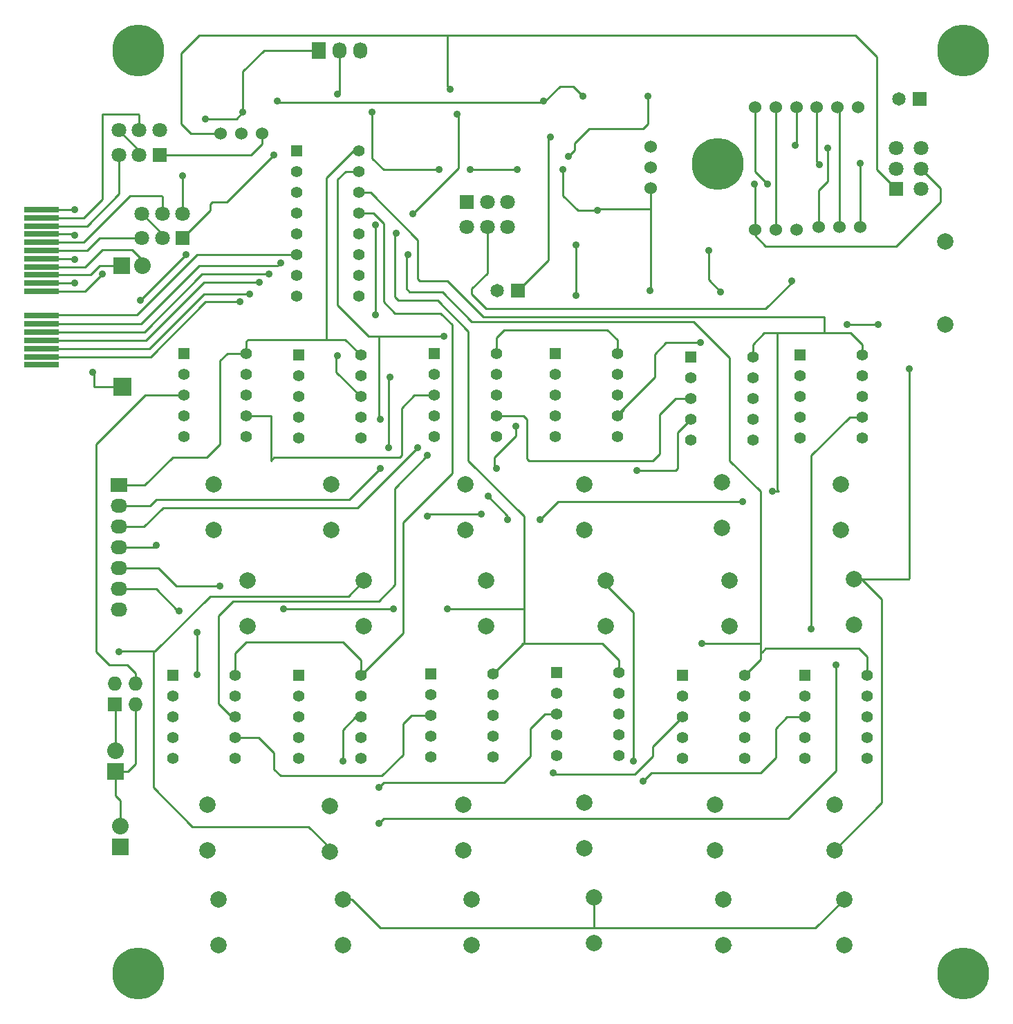
<source format=gbl>
%FSLAX46Y46*%
G04 Gerber Fmt 4.6, Leading zero omitted, Abs format (unit mm)*
G04 Created by KiCad (PCBNEW (2014-10-27 BZR 5228)-product) date 12/17/2014 3:51:32 PM*
%MOMM*%
G01*
G04 APERTURE LIST*
%ADD10C,0.100000*%
%ADD11R,4.200000X0.700000*%
%ADD12C,1.998980*%
%ADD13C,1.524000*%
%ADD14R,1.800000X1.800000*%
%ADD15C,1.800000*%
%ADD16C,6.350000*%
%ADD17R,2.032000X2.032000*%
%ADD18O,2.032000X2.032000*%
%ADD19R,1.651000X1.651000*%
%ADD20C,1.651000*%
%ADD21R,2.235200X2.235200*%
%ADD22R,1.727200X1.727200*%
%ADD23O,1.727200X1.727200*%
%ADD24R,1.397000X1.397000*%
%ADD25C,1.397000*%
%ADD26R,1.727200X2.032000*%
%ADD27O,1.727200X2.032000*%
%ADD28R,2.032000X1.727200*%
%ADD29O,2.032000X1.727200*%
%ADD30C,0.889000*%
%ADD31C,0.254000*%
G04 APERTURE END LIST*
D10*
D11*
X66700000Y-56700000D03*
X66700000Y-57700000D03*
X66700000Y-58700000D03*
X66700000Y-59700000D03*
X66700000Y-60700000D03*
X66700000Y-61700000D03*
X66700000Y-62700000D03*
X66700000Y-63700000D03*
X66700000Y-64700000D03*
X66700000Y-65700000D03*
X66700000Y-66700000D03*
X66700000Y-69700000D03*
X66700000Y-70700000D03*
X66700000Y-71700000D03*
X66700000Y-72700000D03*
X66700000Y-73700000D03*
X66700000Y-74700000D03*
X66700000Y-75700000D03*
D12*
X87804000Y-95892000D03*
X87804000Y-90304000D03*
X118604000Y-95892000D03*
X118604000Y-90304000D03*
X150004000Y-95692000D03*
X150004000Y-90104000D03*
X87004000Y-135092000D03*
X87004000Y-129504000D03*
X118404000Y-135092000D03*
X118404000Y-129504000D03*
X149204000Y-135092000D03*
X149204000Y-129504000D03*
X102196000Y-90308000D03*
X102196000Y-95896000D03*
D13*
X156600000Y-59200000D03*
X159140000Y-59200000D03*
X154060000Y-59200000D03*
X164200000Y-44200000D03*
X161660000Y-44200000D03*
X166740000Y-44200000D03*
D14*
X81200000Y-50000000D03*
D15*
X78700000Y-50000000D03*
X81200000Y-47000000D03*
X76200000Y-50000000D03*
X76200000Y-47000000D03*
X78700000Y-47000000D03*
D14*
X84000000Y-60200000D03*
D15*
X81500000Y-60200000D03*
X84000000Y-57200000D03*
X79000000Y-60200000D03*
X79000000Y-57200000D03*
X81500000Y-57200000D03*
D14*
X118800000Y-55800000D03*
D15*
X121300000Y-55800000D03*
X118800000Y-58800000D03*
X123800000Y-55800000D03*
X123800000Y-58800000D03*
X121300000Y-58800000D03*
D16*
X149500000Y-51100000D03*
D17*
X76400000Y-134670000D03*
D18*
X76400000Y-132130000D03*
D17*
X76530000Y-63600000D03*
D18*
X79070000Y-63600000D03*
D19*
X125070000Y-66600000D03*
D20*
X122530000Y-66600000D03*
D19*
X174270000Y-43200000D03*
D20*
X171730000Y-43200000D03*
D12*
X133196000Y-90308000D03*
X133196000Y-95896000D03*
X101996000Y-129708000D03*
X101996000Y-135296000D03*
X133196000Y-129308000D03*
X133196000Y-134896000D03*
X163796000Y-129508000D03*
X163796000Y-135096000D03*
X91996000Y-102108000D03*
X91996000Y-107696000D03*
X121196000Y-102108000D03*
X121196000Y-107696000D03*
X150996000Y-102108000D03*
X150996000Y-107696000D03*
X88396000Y-141108000D03*
X88396000Y-146696000D03*
X119396000Y-141108000D03*
X119396000Y-146696000D03*
X150196000Y-141108000D03*
X150196000Y-146696000D03*
X106204000Y-107692000D03*
X106204000Y-102104000D03*
X135804000Y-107692000D03*
X135804000Y-102104000D03*
X166204000Y-107492000D03*
X166204000Y-101904000D03*
X103604000Y-146692000D03*
X103604000Y-141104000D03*
X134404000Y-146492000D03*
X134404000Y-140904000D03*
X165004000Y-146692000D03*
X165004000Y-141104000D03*
D13*
X91200000Y-47400000D03*
X93740000Y-47400000D03*
X88660000Y-47400000D03*
X141300000Y-51500000D03*
X141300000Y-54040000D03*
X141300000Y-48960000D03*
X164400000Y-58800000D03*
X166940000Y-58800000D03*
X161860000Y-58800000D03*
X156600000Y-44200000D03*
X154060000Y-44200000D03*
X159140000Y-44200000D03*
D12*
X177400000Y-60598740D03*
X177400000Y-70758740D03*
X164596000Y-90308000D03*
X164596000Y-95896000D03*
D21*
X76600000Y-78400000D03*
D22*
X75730000Y-117270000D03*
D23*
X78270000Y-117270000D03*
X75730000Y-114730000D03*
X78270000Y-114730000D03*
D14*
X171400000Y-54200000D03*
D15*
X171400000Y-51700000D03*
X174400000Y-54200000D03*
X171400000Y-49200000D03*
X174400000Y-49200000D03*
X174400000Y-51700000D03*
D24*
X84190000Y-74320000D03*
D25*
X84190000Y-76860000D03*
X84190000Y-79400000D03*
X84190000Y-81940000D03*
X84190000Y-84480000D03*
X91810000Y-84480000D03*
X91810000Y-81940000D03*
X91810000Y-79400000D03*
X91810000Y-76860000D03*
X91810000Y-74320000D03*
D24*
X114790000Y-74320000D03*
D25*
X114790000Y-76860000D03*
X114790000Y-79400000D03*
X114790000Y-81940000D03*
X114790000Y-84480000D03*
X122410000Y-84480000D03*
X122410000Y-81940000D03*
X122410000Y-79400000D03*
X122410000Y-76860000D03*
X122410000Y-74320000D03*
D24*
X146190000Y-74720000D03*
D25*
X146190000Y-77260000D03*
X146190000Y-79800000D03*
X146190000Y-82340000D03*
X146190000Y-84880000D03*
X153810000Y-84880000D03*
X153810000Y-82340000D03*
X153810000Y-79800000D03*
X153810000Y-77260000D03*
X153810000Y-74720000D03*
D24*
X82790000Y-113720000D03*
D25*
X82790000Y-116260000D03*
X82790000Y-118800000D03*
X82790000Y-121340000D03*
X82790000Y-123880000D03*
X90410000Y-123880000D03*
X90410000Y-121340000D03*
X90410000Y-118800000D03*
X90410000Y-116260000D03*
X90410000Y-113720000D03*
D24*
X114390000Y-113520000D03*
D25*
X114390000Y-116060000D03*
X114390000Y-118600000D03*
X114390000Y-121140000D03*
X114390000Y-123680000D03*
X122010000Y-123680000D03*
X122010000Y-121140000D03*
X122010000Y-118600000D03*
X122010000Y-116060000D03*
X122010000Y-113520000D03*
D24*
X145190000Y-113720000D03*
D25*
X145190000Y-116260000D03*
X145190000Y-118800000D03*
X145190000Y-121340000D03*
X145190000Y-123880000D03*
X152810000Y-123880000D03*
X152810000Y-121340000D03*
X152810000Y-118800000D03*
X152810000Y-116260000D03*
X152810000Y-113720000D03*
D24*
X98190000Y-74520000D03*
D25*
X98190000Y-77060000D03*
X98190000Y-79600000D03*
X98190000Y-82140000D03*
X98190000Y-84680000D03*
X105810000Y-84680000D03*
X105810000Y-82140000D03*
X105810000Y-79600000D03*
X105810000Y-77060000D03*
X105810000Y-74520000D03*
D24*
X129590000Y-74320000D03*
D25*
X129590000Y-76860000D03*
X129590000Y-79400000D03*
X129590000Y-81940000D03*
X129590000Y-84480000D03*
X137210000Y-84480000D03*
X137210000Y-81940000D03*
X137210000Y-79400000D03*
X137210000Y-76860000D03*
X137210000Y-74320000D03*
D24*
X159590000Y-74520000D03*
D25*
X159590000Y-77060000D03*
X159590000Y-79600000D03*
X159590000Y-82140000D03*
X159590000Y-84680000D03*
X167210000Y-84680000D03*
X167210000Y-82140000D03*
X167210000Y-79600000D03*
X167210000Y-77060000D03*
X167210000Y-74520000D03*
D24*
X98190000Y-113720000D03*
D25*
X98190000Y-116260000D03*
X98190000Y-118800000D03*
X98190000Y-121340000D03*
X98190000Y-123880000D03*
X105810000Y-123880000D03*
X105810000Y-121340000D03*
X105810000Y-118800000D03*
X105810000Y-116260000D03*
X105810000Y-113720000D03*
D24*
X129790000Y-113320000D03*
D25*
X129790000Y-115860000D03*
X129790000Y-118400000D03*
X129790000Y-120940000D03*
X129790000Y-123480000D03*
X137410000Y-123480000D03*
X137410000Y-120940000D03*
X137410000Y-118400000D03*
X137410000Y-115860000D03*
X137410000Y-113320000D03*
D24*
X160190000Y-113720000D03*
D25*
X160190000Y-116260000D03*
X160190000Y-118800000D03*
X160190000Y-121340000D03*
X160190000Y-123880000D03*
X167810000Y-123880000D03*
X167810000Y-121340000D03*
X167810000Y-118800000D03*
X167810000Y-116260000D03*
X167810000Y-113720000D03*
D24*
X97990000Y-49510000D03*
D25*
X97990000Y-52050000D03*
X97990000Y-54590000D03*
X97990000Y-57130000D03*
X97990000Y-59670000D03*
X97990000Y-62210000D03*
X97990000Y-64750000D03*
X97990000Y-67290000D03*
X105610000Y-67290000D03*
X105610000Y-64750000D03*
X105610000Y-62210000D03*
X105610000Y-59670000D03*
X105610000Y-57130000D03*
X105610000Y-54590000D03*
X105610000Y-52050000D03*
X105610000Y-49510000D03*
D16*
X179600000Y-37200000D03*
X78600000Y-37200000D03*
X78600000Y-150200000D03*
X179600000Y-150200000D03*
D17*
X75800000Y-125470000D03*
D18*
X75800000Y-122930000D03*
D26*
X100660000Y-37200000D03*
D27*
X103200000Y-37200000D03*
X105740000Y-37200000D03*
D28*
X76200000Y-90380000D03*
D29*
X76200000Y-92920000D03*
X76200000Y-95460000D03*
X76200000Y-98000000D03*
X76200000Y-100540000D03*
X76200000Y-103080000D03*
X76200000Y-105620000D03*
D30*
X149900000Y-66800000D03*
X148400000Y-61700000D03*
X70800000Y-56700000D03*
X70800000Y-65700000D03*
X84000000Y-52600000D03*
X70800000Y-59800000D03*
X139200000Y-124200000D03*
X70800000Y-62800000D03*
X173000000Y-76200000D03*
X76200000Y-110800000D03*
X131200000Y-50200000D03*
X141000000Y-42800000D03*
X73000000Y-76600000D03*
X74200000Y-64600000D03*
X91400000Y-44800000D03*
X86800000Y-45600000D03*
X78800000Y-67800000D03*
X84400000Y-62200000D03*
X132200000Y-67200000D03*
X132200000Y-61000000D03*
X162000000Y-51200000D03*
X167000000Y-51000000D03*
X95200000Y-50000000D03*
X109400000Y-77200000D03*
X109200000Y-85800000D03*
X96000000Y-63200000D03*
X94600000Y-64600000D03*
X93400000Y-65600000D03*
X92200000Y-67000000D03*
X91000000Y-68000000D03*
X116800000Y-42000000D03*
X117600000Y-45000000D03*
X112200000Y-57200000D03*
X107600000Y-58600000D03*
X107600000Y-69600000D03*
X103000000Y-74600000D03*
X95600000Y-43400000D03*
X133000000Y-42800000D03*
X128200000Y-43400000D03*
X158600000Y-65400000D03*
X163000000Y-49200000D03*
X155600000Y-53600000D03*
X159000000Y-48800000D03*
X154000000Y-53600000D03*
X129000000Y-47800000D03*
X165400000Y-70800000D03*
X169200000Y-70800000D03*
X116000000Y-72200000D03*
X108200000Y-88400000D03*
X108200000Y-82400000D03*
X139600000Y-88600000D03*
X114000000Y-86800000D03*
X112800000Y-85800000D03*
X121400000Y-91800000D03*
X123800000Y-94600000D03*
X127800000Y-94600000D03*
X152600000Y-92400000D03*
X156200000Y-91200000D03*
X80800000Y-97800000D03*
X85800000Y-108400000D03*
X85800000Y-113600000D03*
X129400000Y-125600000D03*
X110200000Y-59600000D03*
X96400000Y-105600000D03*
X109800000Y-105600000D03*
X116400000Y-105600000D03*
X88600000Y-102800000D03*
X111600000Y-62200000D03*
X147600000Y-109800000D03*
X83600000Y-105800000D03*
X114000000Y-94200000D03*
X120600000Y-94000000D03*
X122400000Y-88400000D03*
X124800000Y-83200000D03*
X147400000Y-73000000D03*
X103600000Y-124200000D03*
X108000000Y-131800000D03*
X164000000Y-112400000D03*
X161000000Y-108000000D03*
X108000000Y-127400000D03*
X140400000Y-126600000D03*
X141200000Y-66600000D03*
X134800000Y-56800000D03*
X130600000Y-51800000D03*
X125000000Y-51800000D03*
X119200000Y-51800000D03*
X115400000Y-51800000D03*
X107200000Y-44800000D03*
X103000000Y-42600000D03*
D31*
X148400000Y-65300000D02*
X148400000Y-61700000D01*
X148400000Y-65300000D02*
X149900000Y-66800000D01*
X66700000Y-56700000D02*
X70800000Y-56700000D01*
X66700000Y-65700000D02*
X70800000Y-65700000D01*
X84000000Y-52600000D02*
X84000000Y-57200000D01*
X66700000Y-59700000D02*
X70700000Y-59700000D01*
X70700000Y-59700000D02*
X70800000Y-59800000D01*
X101996000Y-135296000D02*
X101996000Y-134796000D01*
X101996000Y-134796000D02*
X99400000Y-132200000D01*
X80400000Y-125800000D02*
X80400000Y-110800000D01*
X80400000Y-127400000D02*
X80400000Y-125800000D01*
X85200000Y-132200000D02*
X80400000Y-127400000D01*
X99400000Y-132200000D02*
X85200000Y-132200000D01*
X135804000Y-102104000D02*
X135804000Y-102604000D01*
X135804000Y-102604000D02*
X139200000Y-106000000D01*
X139200000Y-106000000D02*
X139200000Y-124200000D01*
X166204000Y-101904000D02*
X167104000Y-101904000D01*
X167104000Y-101904000D02*
X169600000Y-104400000D01*
X169600000Y-129292000D02*
X163796000Y-135096000D01*
X169600000Y-104400000D02*
X169600000Y-129292000D01*
X134400000Y-144600000D02*
X134400000Y-143000000D01*
X134400000Y-140908000D02*
X134404000Y-140904000D01*
X103604000Y-141104000D02*
X104704000Y-141104000D01*
X161508000Y-144600000D02*
X165004000Y-141104000D01*
X108200000Y-144600000D02*
X134400000Y-144600000D01*
X134400000Y-144600000D02*
X161508000Y-144600000D01*
X104704000Y-141104000D02*
X108200000Y-144600000D01*
X66700000Y-62700000D02*
X70700000Y-62700000D01*
X70700000Y-62700000D02*
X70800000Y-62800000D01*
X80400000Y-110760000D02*
X80400000Y-110800000D01*
X76200000Y-110760000D02*
X80400000Y-110760000D01*
X102196000Y-95896000D02*
X102196000Y-95796000D01*
X80640000Y-110760000D02*
X87400000Y-104000000D01*
X87400000Y-104000000D02*
X104308000Y-104000000D01*
X104308000Y-104000000D02*
X106204000Y-102104000D01*
X80400000Y-110760000D02*
X80640000Y-110760000D01*
X172896000Y-101904000D02*
X173000000Y-101800000D01*
X173000000Y-101800000D02*
X173000000Y-76200000D01*
X166204000Y-101904000D02*
X172896000Y-101904000D01*
X76200000Y-110800000D02*
X76200000Y-110760000D01*
X134400000Y-140908000D02*
X134404000Y-140904000D01*
X134400000Y-143000000D02*
X134400000Y-140908000D01*
X81500000Y-60200000D02*
X81500000Y-59700000D01*
X81500000Y-59700000D02*
X79000000Y-57200000D01*
X131200000Y-50200000D02*
X132000000Y-49400000D01*
X132000000Y-49400000D02*
X132000000Y-48600000D01*
X132000000Y-48600000D02*
X133800000Y-46800000D01*
X133800000Y-46800000D02*
X140400000Y-46800000D01*
X140400000Y-46800000D02*
X141000000Y-46200000D01*
X141000000Y-46200000D02*
X141000000Y-42800000D01*
X73000000Y-76600000D02*
X73200000Y-76800000D01*
X73200000Y-76800000D02*
X73200000Y-78400000D01*
X73200000Y-78400000D02*
X76600000Y-78400000D01*
X66700000Y-57700000D02*
X71900000Y-57700000D01*
X78700000Y-45100000D02*
X78700000Y-47000000D01*
X78600000Y-45000000D02*
X78700000Y-45100000D01*
X74200000Y-45000000D02*
X78600000Y-45000000D01*
X74200000Y-55400000D02*
X74200000Y-45000000D01*
X71900000Y-57700000D02*
X74200000Y-55400000D01*
X66700000Y-58700000D02*
X72300000Y-58700000D01*
X76200000Y-54800000D02*
X76200000Y-50000000D01*
X72300000Y-58700000D02*
X76200000Y-54800000D01*
X66700000Y-60700000D02*
X71900000Y-60700000D01*
X71900000Y-60700000D02*
X77600000Y-55000000D01*
X81400000Y-55000000D02*
X81500000Y-55100000D01*
X77600000Y-55000000D02*
X81400000Y-55000000D01*
X81500000Y-55100000D02*
X81500000Y-57200000D01*
X66700000Y-61700000D02*
X72300000Y-61700000D01*
X73800000Y-60200000D02*
X79000000Y-60200000D01*
X72300000Y-61700000D02*
X73800000Y-60200000D01*
X66700000Y-63700000D02*
X72100000Y-63700000D01*
X77800000Y-61600000D02*
X79070000Y-62870000D01*
X74200000Y-61600000D02*
X77800000Y-61600000D01*
X72100000Y-63700000D02*
X74200000Y-61600000D01*
X79070000Y-62870000D02*
X79070000Y-63600000D01*
X66700000Y-64700000D02*
X72700000Y-64700000D01*
X73800000Y-63600000D02*
X76530000Y-63600000D01*
X72700000Y-64700000D02*
X73800000Y-63600000D01*
X66700000Y-66700000D02*
X72100000Y-66700000D01*
X72100000Y-66700000D02*
X74200000Y-64600000D01*
X91400000Y-44800000D02*
X90600000Y-45600000D01*
X90600000Y-45600000D02*
X86800000Y-45600000D01*
X94000000Y-37200000D02*
X91400000Y-39800000D01*
X91400000Y-39800000D02*
X91400000Y-44800000D01*
X100660000Y-37200000D02*
X94000000Y-37200000D01*
X78800000Y-67800000D02*
X84400000Y-62200000D01*
X132200000Y-67200000D02*
X132200000Y-61000000D01*
X166940000Y-58800000D02*
X166940000Y-51140000D01*
X161660000Y-50860000D02*
X161660000Y-44200000D01*
X162000000Y-51200000D02*
X161660000Y-50860000D01*
X167000000Y-51080000D02*
X167000000Y-51000000D01*
X166940000Y-51140000D02*
X167000000Y-51080000D01*
X78700000Y-50000000D02*
X78700000Y-49500000D01*
X78700000Y-49500000D02*
X76200000Y-47000000D01*
X95200000Y-50000000D02*
X89400000Y-55800000D01*
X89400000Y-55800000D02*
X87600000Y-55800000D01*
X87600000Y-55800000D02*
X87400000Y-56000000D01*
X87400000Y-56000000D02*
X87400000Y-56800000D01*
X87400000Y-56800000D02*
X84000000Y-60200000D01*
X84000000Y-60000000D02*
X84000000Y-60200000D01*
X109400000Y-77200000D02*
X109200000Y-77400000D01*
X109200000Y-77400000D02*
X109200000Y-85800000D01*
X150196000Y-146696000D02*
X151104000Y-146696000D01*
X97990000Y-62210000D02*
X85790000Y-62210000D01*
X78400000Y-69600000D02*
X66800000Y-69600000D01*
X85790000Y-62210000D02*
X78400000Y-69600000D01*
X66800000Y-69600000D02*
X66700000Y-69700000D01*
X96000000Y-63200000D02*
X95600000Y-63600000D01*
X95600000Y-63600000D02*
X86000000Y-63600000D01*
X86000000Y-63600000D02*
X78900000Y-70700000D01*
X78900000Y-70700000D02*
X66700000Y-70700000D01*
X66700000Y-71700000D02*
X79300000Y-71700000D01*
X86400000Y-64600000D02*
X94600000Y-64600000D01*
X79300000Y-71700000D02*
X86400000Y-64600000D01*
X79500000Y-72700000D02*
X66700000Y-72700000D01*
X86600000Y-65600000D02*
X79500000Y-72700000D01*
X93400000Y-65600000D02*
X86600000Y-65600000D01*
X66700000Y-73700000D02*
X79900000Y-73700000D01*
X86600000Y-67000000D02*
X92200000Y-67000000D01*
X79900000Y-73700000D02*
X86600000Y-67000000D01*
X91000000Y-68000000D02*
X86800000Y-68000000D01*
X86800000Y-68000000D02*
X80100000Y-74700000D01*
X80100000Y-74700000D02*
X66700000Y-74700000D01*
X81200000Y-50000000D02*
X92400000Y-50000000D01*
X93740000Y-48660000D02*
X93740000Y-47400000D01*
X92400000Y-50000000D02*
X93740000Y-48660000D01*
X85000000Y-47400000D02*
X83800000Y-46200000D01*
X83800000Y-46200000D02*
X83800000Y-37600000D01*
X83800000Y-37600000D02*
X86000000Y-35400000D01*
X116400000Y-35400000D02*
X166400000Y-35400000D01*
X86000000Y-35400000D02*
X116400000Y-35400000D01*
X166400000Y-35400000D02*
X169000000Y-38000000D01*
X169000000Y-38000000D02*
X169000000Y-51800000D01*
X169000000Y-51800000D02*
X171400000Y-54200000D01*
X88660000Y-47400000D02*
X85000000Y-47400000D01*
X116400000Y-41600000D02*
X116800000Y-42000000D01*
X117600000Y-45000000D02*
X117800000Y-45200000D01*
X117800000Y-45200000D02*
X117800000Y-51600000D01*
X117800000Y-51600000D02*
X112200000Y-57200000D01*
X107600000Y-58600000D02*
X107600000Y-69600000D01*
X103000000Y-74600000D02*
X102800000Y-74800000D01*
X102800000Y-74800000D02*
X102800000Y-76590000D01*
X102800000Y-76590000D02*
X105810000Y-79600000D01*
X116400000Y-35400000D02*
X116400000Y-41600000D01*
X95600000Y-43400000D02*
X95800000Y-43600000D01*
X95800000Y-43600000D02*
X128200000Y-43600000D01*
X128200000Y-43600000D02*
X130200000Y-41600000D01*
X133000000Y-42800000D02*
X131800000Y-41600000D01*
X131800000Y-41600000D02*
X130200000Y-41600000D01*
X128200000Y-43400000D02*
X128400000Y-43400000D01*
X128400000Y-43400000D02*
X128400000Y-43200000D01*
X164400000Y-58800000D02*
X164400000Y-44400000D01*
X164400000Y-44400000D02*
X164200000Y-44200000D01*
X121300000Y-64500000D02*
X119400000Y-66400000D01*
X119400000Y-66400000D02*
X119400000Y-67000000D01*
X119400000Y-67000000D02*
X121200000Y-68800000D01*
X121200000Y-68800000D02*
X155400000Y-68800000D01*
X155400000Y-68800000D02*
X158800000Y-65400000D01*
X121300000Y-58800000D02*
X121300000Y-64500000D01*
X161860000Y-58800000D02*
X161860000Y-54340000D01*
X163000000Y-53200000D02*
X163000000Y-49200000D01*
X161860000Y-54340000D02*
X163000000Y-53200000D01*
X156600000Y-59200000D02*
X156600000Y-44200000D01*
X155600000Y-53600000D02*
X154060000Y-52060000D01*
X154060000Y-52060000D02*
X154060000Y-44200000D01*
X154060000Y-59200000D02*
X154060000Y-53660000D01*
X159140000Y-48660000D02*
X159140000Y-44200000D01*
X159000000Y-48800000D02*
X159140000Y-48660000D01*
X154060000Y-53660000D02*
X154000000Y-53600000D01*
X155400000Y-61200000D02*
X171400000Y-61200000D01*
X171400000Y-61200000D02*
X176800000Y-55800000D01*
X176800000Y-55800000D02*
X176800000Y-54100000D01*
X176800000Y-54100000D02*
X174400000Y-51700000D01*
X154060000Y-59860000D02*
X155400000Y-61200000D01*
X154060000Y-59200000D02*
X154060000Y-59860000D01*
X79400000Y-79400000D02*
X73400000Y-85400000D01*
X73400000Y-85400000D02*
X73400000Y-110800000D01*
X73400000Y-110800000D02*
X75000000Y-112400000D01*
X75000000Y-112400000D02*
X77200000Y-112400000D01*
X77200000Y-112400000D02*
X78270000Y-113470000D01*
X78270000Y-113470000D02*
X78270000Y-114730000D01*
X84190000Y-79400000D02*
X79400000Y-79400000D01*
X129000000Y-47800000D02*
X128800000Y-48000000D01*
X128800000Y-48000000D02*
X128800000Y-62870000D01*
X128800000Y-62870000D02*
X125070000Y-66600000D01*
X169200000Y-70800000D02*
X165400000Y-70800000D01*
X94860000Y-81940000D02*
X94800000Y-82000000D01*
X94800000Y-82000000D02*
X94800000Y-87400000D01*
X94800000Y-87400000D02*
X95200000Y-87000000D01*
X95200000Y-87000000D02*
X110600000Y-87000000D01*
X110600000Y-87000000D02*
X110800000Y-86800000D01*
X110800000Y-86800000D02*
X110800000Y-81000000D01*
X110800000Y-81000000D02*
X112400000Y-79400000D01*
X112400000Y-79400000D02*
X114790000Y-79400000D01*
X91810000Y-81940000D02*
X94860000Y-81940000D01*
X101600000Y-72600000D02*
X101600000Y-52800000D01*
X104890000Y-49510000D02*
X105610000Y-49510000D01*
X101600000Y-52800000D02*
X104890000Y-49510000D01*
X91810000Y-74320000D02*
X91810000Y-72790000D01*
X103890000Y-72600000D02*
X105810000Y-74520000D01*
X92000000Y-72600000D02*
X101600000Y-72600000D01*
X101600000Y-72600000D02*
X103890000Y-72600000D01*
X91810000Y-72790000D02*
X92000000Y-72600000D01*
X79360000Y-90440000D02*
X82800000Y-87000000D01*
X82800000Y-87000000D02*
X87000000Y-87000000D01*
X87000000Y-87000000D02*
X88600000Y-85400000D01*
X88600000Y-85400000D02*
X88600000Y-75200000D01*
X88600000Y-75200000D02*
X89480000Y-74320000D01*
X89480000Y-74320000D02*
X91810000Y-74320000D01*
X76200000Y-90440000D02*
X79360000Y-90440000D01*
X125740000Y-81940000D02*
X126200000Y-82400000D01*
X126200000Y-82400000D02*
X126200000Y-87200000D01*
X126200000Y-87200000D02*
X126400000Y-87400000D01*
X126400000Y-87400000D02*
X141600000Y-87400000D01*
X141600000Y-87400000D02*
X142400000Y-86600000D01*
X142400000Y-86600000D02*
X142400000Y-81800000D01*
X142400000Y-81800000D02*
X144400000Y-79800000D01*
X144400000Y-79800000D02*
X146190000Y-79800000D01*
X122410000Y-81940000D02*
X125740000Y-81940000D01*
X105610000Y-52050000D02*
X103950000Y-52050000D01*
X108000000Y-72200000D02*
X116000000Y-72200000D01*
X106800000Y-72200000D02*
X108000000Y-72200000D01*
X103000000Y-68400000D02*
X106800000Y-72200000D01*
X103000000Y-53000000D02*
X103000000Y-68400000D01*
X103950000Y-52050000D02*
X103000000Y-53000000D01*
X122410000Y-74320000D02*
X122410000Y-72390000D01*
X137210000Y-72610000D02*
X137210000Y-74320000D01*
X136000000Y-71400000D02*
X137210000Y-72610000D01*
X123400000Y-71400000D02*
X136000000Y-71400000D01*
X122410000Y-72390000D02*
X123400000Y-71400000D01*
X108200000Y-82400000D02*
X108000000Y-82200000D01*
X108000000Y-82200000D02*
X108000000Y-72200000D01*
X80020000Y-92980000D02*
X80800000Y-92200000D01*
X80800000Y-92200000D02*
X104400000Y-92200000D01*
X104400000Y-92200000D02*
X108200000Y-88400000D01*
X76200000Y-92980000D02*
X80020000Y-92980000D01*
X90410000Y-118800000D02*
X90000000Y-118800000D01*
X90000000Y-118800000D02*
X88400000Y-117200000D01*
X144600000Y-83930000D02*
X146190000Y-82340000D01*
X144600000Y-88400000D02*
X144600000Y-83930000D01*
X144400000Y-88600000D02*
X144600000Y-88400000D01*
X139600000Y-88600000D02*
X144400000Y-88600000D01*
X110000000Y-90800000D02*
X114000000Y-86800000D01*
X110000000Y-102600000D02*
X110000000Y-90800000D01*
X108000000Y-104600000D02*
X110000000Y-102600000D01*
X90200000Y-104600000D02*
X108000000Y-104600000D01*
X88400000Y-106400000D02*
X90200000Y-104600000D01*
X88400000Y-117200000D02*
X88400000Y-106400000D01*
X162600000Y-71400000D02*
X162600000Y-69800000D01*
X162600000Y-71600000D02*
X162600000Y-71400000D01*
X106990000Y-54590000D02*
X112800000Y-60400000D01*
X112800000Y-60400000D02*
X112800000Y-65200000D01*
X112800000Y-65200000D02*
X113000000Y-65400000D01*
X113000000Y-65400000D02*
X116400000Y-65400000D01*
X116400000Y-65400000D02*
X120800000Y-69800000D01*
X120800000Y-69800000D02*
X162600000Y-69800000D01*
X106990000Y-54590000D02*
X105610000Y-54590000D01*
X165800000Y-71800000D02*
X167210000Y-73210000D01*
X167210000Y-73210000D02*
X167210000Y-74520000D01*
X162600000Y-71800000D02*
X165800000Y-71800000D01*
X156800000Y-71800000D02*
X162600000Y-71800000D01*
X153810000Y-74720000D02*
X153810000Y-73190000D01*
X155200000Y-71800000D02*
X156800000Y-71800000D01*
X153810000Y-73190000D02*
X155200000Y-71800000D01*
X162600000Y-71400000D02*
X162600000Y-71800000D01*
X79280000Y-95520000D02*
X81600000Y-93200000D01*
X81600000Y-93200000D02*
X105400000Y-93200000D01*
X105400000Y-93200000D02*
X112800000Y-85800000D01*
X121400000Y-91800000D02*
X123800000Y-94200000D01*
X123800000Y-94200000D02*
X123800000Y-94600000D01*
X127800000Y-94600000D02*
X130000000Y-92400000D01*
X130000000Y-92400000D02*
X152600000Y-92400000D01*
X156200000Y-91200000D02*
X157000000Y-91200000D01*
X157000000Y-91200000D02*
X156800000Y-91000000D01*
X156800000Y-72600000D02*
X156800000Y-72000000D01*
X156800000Y-91000000D02*
X156800000Y-72600000D01*
X76200000Y-95520000D02*
X79280000Y-95520000D01*
X156800000Y-72600000D02*
X156800000Y-71800000D01*
X90410000Y-121340000D02*
X93340000Y-121340000D01*
X112000000Y-118600000D02*
X114390000Y-118600000D01*
X111000000Y-119600000D02*
X112000000Y-118600000D01*
X111000000Y-123400000D02*
X111000000Y-119600000D01*
X108400000Y-126000000D02*
X111000000Y-123400000D01*
X96000000Y-126000000D02*
X108400000Y-126000000D01*
X95200000Y-125200000D02*
X96000000Y-126000000D01*
X95200000Y-123200000D02*
X95200000Y-125200000D01*
X93340000Y-121340000D02*
X95200000Y-123200000D01*
X105810000Y-113720000D02*
X105810000Y-111790000D01*
X90410000Y-110990000D02*
X90410000Y-113720000D01*
X91800000Y-109600000D02*
X90410000Y-110990000D01*
X103620000Y-109600000D02*
X91800000Y-109600000D01*
X105810000Y-111790000D02*
X103620000Y-109600000D01*
X105610000Y-57130000D02*
X107330000Y-57130000D01*
X111000000Y-108530000D02*
X105810000Y-113720000D01*
X111000000Y-95000000D02*
X111000000Y-108530000D01*
X117000000Y-89000000D02*
X111000000Y-95000000D01*
X117000000Y-70800000D02*
X117000000Y-89000000D01*
X115600000Y-69400000D02*
X117000000Y-70800000D01*
X110000000Y-69400000D02*
X115600000Y-69400000D01*
X108600000Y-68000000D02*
X110000000Y-69400000D01*
X108600000Y-58400000D02*
X108600000Y-68000000D01*
X107330000Y-57130000D02*
X108600000Y-58400000D01*
X85800000Y-108400000D02*
X85800000Y-113600000D01*
X80540000Y-98060000D02*
X80800000Y-97800000D01*
X76200000Y-98060000D02*
X80540000Y-98060000D01*
X141600000Y-122390000D02*
X145190000Y-118800000D01*
X141600000Y-123600000D02*
X141600000Y-122390000D01*
X139400000Y-125800000D02*
X141600000Y-123600000D01*
X129600000Y-125800000D02*
X139400000Y-125800000D01*
X129400000Y-125600000D02*
X129600000Y-125800000D01*
X137410000Y-113320000D02*
X137410000Y-111810000D01*
X125600000Y-109800000D02*
X125600000Y-109930000D01*
X125730000Y-109800000D02*
X125600000Y-109800000D01*
X135400000Y-109800000D02*
X125730000Y-109800000D01*
X137410000Y-111810000D02*
X135400000Y-109800000D01*
X125800000Y-109730000D02*
X125600000Y-109930000D01*
X125600000Y-109930000D02*
X122010000Y-113520000D01*
X125800000Y-105600000D02*
X125800000Y-109730000D01*
X125800000Y-94200000D02*
X125800000Y-105600000D01*
X119000000Y-87400000D02*
X125800000Y-94200000D01*
X119000000Y-71600000D02*
X119000000Y-87400000D01*
X115200000Y-67800000D02*
X119000000Y-71600000D01*
X110400000Y-67800000D02*
X115200000Y-67800000D01*
X110000000Y-67400000D02*
X110400000Y-67800000D01*
X110000000Y-59800000D02*
X110000000Y-67400000D01*
X110200000Y-59600000D02*
X110000000Y-59800000D01*
X96400000Y-105600000D02*
X109800000Y-105600000D01*
X116400000Y-105600000D02*
X125800000Y-105600000D01*
X81000000Y-100600000D02*
X83200000Y-102800000D01*
X83200000Y-102800000D02*
X88600000Y-102800000D01*
X76200000Y-100600000D02*
X81000000Y-100600000D01*
X154800000Y-111730000D02*
X152810000Y-113720000D01*
X154800000Y-111000000D02*
X154800000Y-111730000D01*
X154800000Y-109800000D02*
X154800000Y-111000000D01*
X154800000Y-91200000D02*
X154800000Y-109800000D01*
X151000000Y-87400000D02*
X154800000Y-91200000D01*
X151000000Y-74800000D02*
X151000000Y-87400000D01*
X146600000Y-70400000D02*
X151000000Y-74800000D01*
X119400000Y-70400000D02*
X146600000Y-70400000D01*
X115800000Y-66800000D02*
X119400000Y-70400000D01*
X111800000Y-66800000D02*
X115800000Y-66800000D01*
X111400000Y-66400000D02*
X111800000Y-66800000D01*
X111400000Y-62400000D02*
X111400000Y-66400000D01*
X111600000Y-62200000D02*
X111400000Y-62400000D01*
X147600000Y-109800000D02*
X154800000Y-109800000D01*
X80740000Y-103140000D02*
X83400000Y-105800000D01*
X83400000Y-105800000D02*
X83600000Y-105800000D01*
X76200000Y-103140000D02*
X80740000Y-103140000D01*
X167810000Y-112800000D02*
X167810000Y-113720000D01*
X167810000Y-111410000D02*
X166800000Y-110400000D01*
X166800000Y-110400000D02*
X155400000Y-110400000D01*
X155400000Y-110400000D02*
X155000000Y-110800000D01*
X167810000Y-112800000D02*
X167810000Y-111410000D01*
X154800000Y-111000000D02*
X155000000Y-110800000D01*
X114000000Y-94200000D02*
X114200000Y-94000000D01*
X114200000Y-94000000D02*
X120600000Y-94000000D01*
X122400000Y-88400000D02*
X122200000Y-88200000D01*
X122200000Y-88200000D02*
X122200000Y-87000000D01*
X122200000Y-87000000D02*
X124800000Y-84400000D01*
X124800000Y-84400000D02*
X124800000Y-83200000D01*
X141800000Y-77200000D02*
X141800000Y-74400000D01*
X141800000Y-74400000D02*
X143200000Y-73000000D01*
X143200000Y-73000000D02*
X147400000Y-73000000D01*
X138000000Y-81000000D02*
X141800000Y-77200000D01*
X137210000Y-81790000D02*
X138000000Y-81000000D01*
X137210000Y-81940000D02*
X137210000Y-81790000D01*
X138000000Y-81150000D02*
X137210000Y-81940000D01*
X138000000Y-81000000D02*
X138000000Y-81150000D01*
X103600000Y-120400000D02*
X103600000Y-124200000D01*
X108000000Y-131800000D02*
X108600000Y-131200000D01*
X108600000Y-131200000D02*
X158200000Y-131200000D01*
X158200000Y-131200000D02*
X164000000Y-125400000D01*
X164000000Y-125400000D02*
X164000000Y-112400000D01*
X161000000Y-108000000D02*
X161000000Y-86800000D01*
X161000000Y-86800000D02*
X165660000Y-82140000D01*
X165660000Y-82140000D02*
X167210000Y-82140000D01*
X105200000Y-118800000D02*
X103600000Y-120400000D01*
X105810000Y-118800000D02*
X105200000Y-118800000D01*
X128400000Y-118400000D02*
X129790000Y-118400000D01*
X126600000Y-120200000D02*
X128400000Y-118400000D01*
X126600000Y-123600000D02*
X126600000Y-120200000D01*
X123400000Y-126800000D02*
X126600000Y-123600000D01*
X108600000Y-126800000D02*
X123400000Y-126800000D01*
X108000000Y-127400000D02*
X108600000Y-126800000D01*
X158000000Y-118800000D02*
X160190000Y-118800000D01*
X156600000Y-120200000D02*
X158000000Y-118800000D01*
X156600000Y-123800000D02*
X156600000Y-120200000D01*
X154800000Y-125600000D02*
X156600000Y-123800000D01*
X141400000Y-125600000D02*
X154800000Y-125600000D01*
X140400000Y-126600000D02*
X141400000Y-125600000D01*
X75800000Y-117340000D02*
X75730000Y-117270000D01*
X75800000Y-122930000D02*
X75800000Y-117340000D01*
X77330000Y-125470000D02*
X78270000Y-124530000D01*
X78270000Y-124530000D02*
X78270000Y-117270000D01*
X75800000Y-125470000D02*
X77330000Y-125470000D01*
X75800000Y-128400000D02*
X76400000Y-129000000D01*
X76400000Y-129000000D02*
X76400000Y-132130000D01*
X75800000Y-125470000D02*
X75800000Y-128400000D01*
X141200000Y-66600000D02*
X141300000Y-66500000D01*
X141300000Y-56600000D02*
X141300000Y-54040000D01*
X141300000Y-66500000D02*
X141300000Y-56600000D01*
X134800000Y-56800000D02*
X135000000Y-56600000D01*
X135000000Y-56600000D02*
X141300000Y-56600000D01*
X132400000Y-56800000D02*
X130600000Y-55000000D01*
X130600000Y-55000000D02*
X130600000Y-51800000D01*
X125000000Y-51800000D02*
X119200000Y-51800000D01*
X115400000Y-51800000D02*
X108600000Y-51800000D01*
X108600000Y-51800000D02*
X107200000Y-50400000D01*
X107200000Y-50400000D02*
X107200000Y-44800000D01*
X103000000Y-42600000D02*
X103200000Y-42400000D01*
X103200000Y-42400000D02*
X103200000Y-37200000D01*
X134800000Y-56800000D02*
X132400000Y-56800000D01*
M02*

</source>
